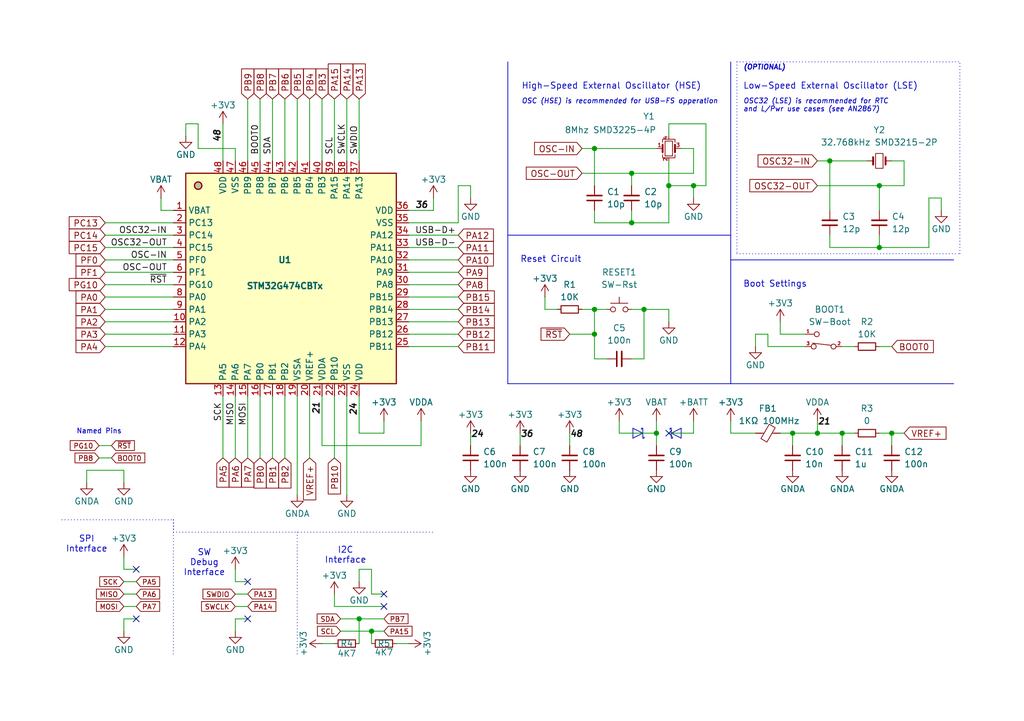
<source format=kicad_sch>
(kicad_sch (version 20250114) (generator "eeschema") (generator_version "9.0")
  (paper "A5")
  (lib_symbols
    (symbol "Device:C_Small" (pin_numbers (hide yes)) (pin_names (offset 0.254) (hide yes))
      (property "Reference" "C" (at 0.254 1.778 0))
      (property "Value" "C_Small" (at 0.254 -2.032 0))
      (symbol "C_Small_0_1"
        (polyline (pts (xy -1.524 0.508) (xy 1.524 0.508)) (stroke (width 0.3048)))
        (polyline (pts (xy -1.524 -0.508) (xy 1.524 -0.508)) (stroke (width 0.3302)))
      )
      (symbol "C_Small_1_1"
        (pin passive line (at 0 2.54 270) (length 2.032) (name "~") (number "1"))
        (pin passive line (at 0 -2.54 90) (length 2.032) (name "~") (number "2"))
      )
    )
    (symbol "Device:Crystal_GND24_Small" (pin_names (offset 1.016) (hide yes))
      (property "Reference" "Y" (at 1.27 4.445 0))
      (property "Value" "Crystal_GND24_Small" (at 1.27 2.54 0))
      (symbol "Crystal_GND24_Small_0_1"
        (polyline (pts (xy -1.27 1.27) (xy -1.27 1.905) (xy 1.27 1.905) (xy 1.27 1.27)))
        (polyline (pts (xy -1.27 -0.762) (xy -1.27 0.762)) (stroke (width 0.381)))
        (polyline (pts (xy -1.27 -1.27) (xy -1.27 -1.905) (xy 1.27 -1.905) (xy 1.27 -1.27)))
        (rectangle (start -0.762 -1.524) (end 0.762 1.524))
        (polyline (pts (xy 1.27 -0.762) (xy 1.27 0.762)) (stroke (width 0.381)))
      )
      (symbol "Crystal_GND24_Small_1_1"
        (pin passive line (at -2.54 0 0) (length 1.27) (name "1") (number "1"))
        (pin passive line (at 0 2.54 270) (length 0.635) (name "4") (number "4"))
        (pin passive line (at 0 -2.54 90) (length 0.635) (name "2") (number "2"))
        (pin passive line (at 2.54 0 180) (length 1.27) (name "3") (number "3"))
      )
    )
    (symbol "Device:Crystal_Small" (pin_numbers (hide yes)) (pin_names (offset 1.016) (hide yes))
      (property "Reference" "Y" (at 0 2.54 0))
      (property "Value" "Crystal_Small" (at 0 -2.54 0))
      (symbol "Crystal_Small_0_1"
        (polyline (pts (xy -1.27 -0.762) (xy -1.27 0.762)) (stroke (width 0.381)))
        (rectangle (start -0.762 -1.524) (end 0.762 1.524))
        (polyline (pts (xy 1.27 -0.762) (xy 1.27 0.762)) (stroke (width 0.381)))
      )
      (symbol "Crystal_Small_1_1"
        (pin passive line (at -2.54 0 0) (length 1.27) (name "1") (number "1"))
        (pin passive line (at 2.54 0 180) (length 1.27) (name "2") (number "2"))
      )
    )
    (symbol "Device:FerriteBead_Small" (pin_numbers (hide yes)) (pin_names (offset 0))
      (property "Reference" "FB" (at 1.905 1.27 0))
      (property "Value" "FerriteBead_Small" (at 1.905 -1.27 0))
      (symbol "FerriteBead_Small_0_1"
        (polyline (pts (xy -1.8288 0.2794) (xy -1.1176 1.4986) (xy 1.8288 -0.2032) (xy 1.1176 -1.4224) (xy -1.8288 0.2794)))
        (polyline (pts (xy 0 0.889) (xy 0 1.2954)))
        (polyline (pts (xy 0 -1.27) (xy 0 -0.7874)))
      )
      (symbol "FerriteBead_Small_1_1"
        (pin passive line (at 0 2.54 270) (length 1.27) (name "~") (number "1"))
        (pin passive line (at 0 -2.54 90) (length 1.27) (name "~") (number "2"))
      )
    )
    (symbol "Device:R_Small" (pin_numbers (hide yes)) (pin_names (offset 0.254) (hide yes))
      (property "Reference" "R" (at 0 0 90))
      (property "Value" "R_Small" (at 1.778 0 90))
      (symbol "R_Small_0_1"
        (rectangle (start -0.762 1.778) (end 0.762 -1.778) (stroke (width 0.2032)))
      )
      (symbol "R_Small_1_1"
        (pin passive line (at 0 2.54 270) (length 0.762) (name "~") (number "1"))
        (pin passive line (at 0 -2.54 90) (length 0.762) (name "~") (number "2"))
      )
    )
    (symbol "atelier-microcontrollers:STM32G474CBTx"
      (property "Reference" "U" (at 0 -7.62 0))
      (property "Value" "STM32G474CBTx" (at 0 7.62 0))
      (symbol "STM32G474CBTx_0_1"
        (rectangle (start -20.32 20.32) (end 22.86 -22.86) (stroke (width 0.254)) (fill (type background)))
      )
      (symbol "STM32G474CBTx_1_1"
        (circle (center -17.78 17.78) (radius 0.762) (stroke (width 0.254)) (fill (type color) (color 127 127 127 0.5)))
        (pin power_in line (at -22.86 12.7 0) (length 2.54) (name "VBAT") (number "1"))
        (pin bidirectional line (at -22.86 10.16 0) (length 2.54) (name "PC13") (number "2"))
        (pin bidirectional line (at -22.86 7.62 0) (length 2.54) (name "PC14") (number "3"))
        (pin bidirectional line (at -22.86 5.08 0) (length 2.54) (name "PC15") (number "4"))
        (pin bidirectional line (at -22.86 2.54 0) (length 2.54) (name "PF0") (number "5"))
        (pin bidirectional line (at -22.86 0 0) (length 2.54) (name "PF1") (number "6"))
        (pin bidirectional line (at -22.86 -2.54 0) (length 2.54) (name "PG10") (number "7"))
        (pin bidirectional line (at -22.86 -5.08 0) (length 2.54) (name "PA0") (number "8"))
        (pin bidirectional line (at -22.86 -7.62 0) (length 2.54) (name "PA1") (number "9"))
        (pin bidirectional line (at -22.86 -10.16 0) (length 2.54) (name "PA2") (number "10"))
        (pin bidirectional line (at -22.86 -12.7 0) (length 2.54) (name "PA3") (number "11"))
        (pin bidirectional line (at -22.86 -15.24 0) (length 2.54) (name "PA4") (number "12"))
        (pin power_in line (at -12.7 22.86 270) (length 2.54) (name "VDD") (number "48"))
        (pin bidirectional line (at -12.7 -25.4 90) (length 2.54) (name "PA5") (number "13"))
        (pin passive line (at -10.16 22.86 270) (length 2.54) (name "VSS") (number "47"))
        (pin bidirectional line (at -10.16 -25.4 90) (length 2.54) (name "PA6") (number "14"))
        (pin bidirectional line (at -7.62 22.86 270) (length 2.54) (name "PB9") (number "46"))
        (pin bidirectional line (at -7.62 -25.4 90) (length 2.54) (name "PA7") (number "15"))
        (pin bidirectional line (at -5.08 22.86 270) (length 2.54) (name "PB8") (number "45"))
        (pin bidirectional line (at -5.08 -25.4 90) (length 2.54) (name "PB0") (number "16"))
        (pin bidirectional line (at -2.54 22.86 270) (length 2.54) (name "PB7") (number "44"))
        (pin bidirectional line (at -2.54 -25.4 90) (length 2.54) (name "PB1") (number "17"))
        (pin bidirectional line (at 0 22.86 270) (length 2.54) (name "PB6") (number "43"))
        (pin bidirectional line (at 0 -25.4 90) (length 2.54) (name "PB2") (number "18"))
        (pin bidirectional line (at 2.54 22.86 270) (length 2.54) (name "PB5") (number "42"))
        (pin power_in line (at 2.54 -25.4 90) (length 2.54) (name "VSSA") (number "19"))
        (pin bidirectional line (at 5.08 22.86 270) (length 2.54) (name "PB4") (number "41"))
        (pin input line (at 5.08 -25.4 90) (length 2.54) (name "VREF+") (number "20"))
        (pin bidirectional line (at 7.62 22.86 270) (length 2.54) (name "PB3") (number "40"))
        (pin power_in line (at 7.62 -25.4 90) (length 2.54) (name "VDDA") (number "21"))
        (pin bidirectional line (at 10.16 22.86 270) (length 2.54) (name "PA15") (number "39"))
        (pin bidirectional line (at 10.16 -25.4 90) (length 2.54) (name "PB10") (number "22"))
        (pin bidirectional line (at 12.7 22.86 270) (length 2.54) (name "PA14") (number "38"))
        (pin power_in line (at 12.7 -25.4 90) (length 2.54) (name "VSS") (number "23"))
        (pin bidirectional line (at 15.24 22.86 270) (length 2.54) (name "PA13") (number "37"))
        (pin power_in line (at 15.24 -25.4 90) (length 2.54) (name "VDD") (number "24"))
        (pin power_in line (at 25.4 12.7 180) (length 2.54) (name "VDD") (number "36"))
        (pin passive line (at 25.4 10.16 180) (length 2.54) (name "VSS") (number "35"))
        (pin bidirectional line (at 25.4 7.62 180) (length 2.54) (name "PA12") (number "34"))
        (pin bidirectional line (at 25.4 5.08 180) (length 2.54) (name "PA11") (number "33"))
        (pin bidirectional line (at 25.4 2.54 180) (length 2.54) (name "PA10") (number "32"))
        (pin bidirectional line (at 25.4 0 180) (length 2.54) (name "PA9") (number "31"))
        (pin bidirectional line (at 25.4 -2.54 180) (length 2.54) (name "PA8") (number "30"))
        (pin bidirectional line (at 25.4 -5.08 180) (length 2.54) (name "PB15") (number "29"))
        (pin bidirectional line (at 25.4 -7.62 180) (length 2.54) (name "PB14") (number "28"))
        (pin bidirectional line (at 25.4 -10.16 180) (length 2.54) (name "PB13") (number "27"))
        (pin bidirectional line (at 25.4 -12.7 180) (length 2.54) (name "PB12") (number "26"))
        (pin bidirectional line (at 25.4 -15.24 180) (length 2.54) (name "PB11") (number "25"))
      )
    )
    (symbol "atelier-microcontrollers:SW_Push_Small" (pin_numbers (hide yes)) (pin_names (offset 1.016) (hide yes))
      (property "Reference" "SW" (at 1.27 2.54 0))
      (property "Value" "SW_Push_Small" (at 0 -2.54 0))
      (symbol "SW_Push_Small_0_1"
        (circle (center -1.27 0) (radius 0.508))
        (polyline (pts (xy 0 1.27) (xy 0 2.54)))
        (circle (center 1.27 0) (radius 0.508))
        (polyline (pts (xy 1.778 1.27) (xy -1.778 1.27)))
      )
      (symbol "SW_Push_Small_1_1"
        (pin passive line (at -2.54 0 0) (length 0.762) (name "1") (number "1"))
        (pin passive line (at 2.54 0 180) (length 0.762) (name "2") (number "2"))
      )
    )
    (symbol "atelier-microcontrollers:SW_SPDT_123" (pin_names (offset 0) (hide yes))
      (property "Reference" "SW" (at 0 5.08 0))
      (property "Value" "SW_SPDT_123" (at 0 -2.54 0))
      (symbol "SW_SPDT_123_0_1"
        (circle (center -0.762 0) (radius 0.508))
        (polyline (pts (xy -0.254 0.254) (xy 3.5423 0.6967)))
        (circle (center 2.6687 2.528) (radius 0.508))
        (circle (center 3.302 0) (radius 0.508))
        (polyline (pts (xy 3.81 2.54) (xy 3.1776 2.5374) (xy 3.1946 2.5374) (xy 3.302 2.54)))
      )
      (symbol "SW_SPDT_123_1_1"
        (pin passive line (at -2.54 0 0) (length 1.27) (name "B") (number "2"))
        (pin passive line (at 5.08 2.54 180) (length 1.27) (name "A") (number "1"))
        (pin passive line (at 5.08 0 180) (length 1.27) (name "C") (number "3"))
      )
    )
    (symbol "atelier-microcontrollers:VBAT" (power) (pin_numbers (hide yes)) (pin_names (offset 0) (hide yes))
      (property "Value" "VBAT" (at 0 3.556 0))
      (symbol "VBAT_0_1"
        (polyline (pts (xy -0.762 1.27) (xy 0 2.54)))
        (polyline (pts (xy 0 2.54) (xy 0.762 1.27)))
        (polyline (pts (xy 0 0) (xy 0 2.54)))
      )
      (symbol "VBAT_1_1"
        (pin power_in line (at 0 0 90) (length 0) (name "~") (number "1"))
      )
    )
    (symbol "power:+3V3" (power) (pin_numbers (hide yes)) (pin_names (offset 0) (hide yes))
      (property "Value" "+3V3" (at 0 3.556 0))
      (symbol "+3V3_0_1"
        (polyline (pts (xy -0.762 1.27) (xy 0 2.54)))
        (polyline (pts (xy 0 2.54) (xy 0.762 1.27)))
        (polyline (pts (xy 0 0) (xy 0 2.54)))
      )
      (symbol "+3V3_1_1"
        (pin power_in line (at 0 0 90) (length 0) (name "~") (number "1"))
      )
    )
    (symbol "power:+BATT" (power) (pin_numbers (hide yes)) (pin_names (offset 0) (hide yes))
      (property "Value" "+BATT" (at 0 3.556 0))
      (symbol "+BATT_0_1"
        (polyline (pts (xy -0.762 1.27) (xy 0 2.54)))
        (polyline (pts (xy 0 2.54) (xy 0.762 1.27)))
        (polyline (pts (xy 0 0) (xy 0 2.54)))
      )
      (symbol "+BATT_1_1"
        (pin power_in line (at 0 0 90) (length 0) (name "~") (number "1"))
      )
    )
    (symbol "power:GND" (power) (pin_numbers (hide yes)) (pin_names (offset 0) (hide yes))
      (property "Value" "GND" (at 0 -3.81 0))
      (symbol "GND_0_1"
        (polyline (pts (xy 0 0) (xy 0 -1.27) (xy 1.27 -1.27) (xy 0 -2.54) (xy -1.27 -1.27) (xy 0 -1.27)))
      )
      (symbol "GND_1_1"
        (pin power_in line (at 0 0 270) (length 0) (name "~") (number "1"))
      )
    )
    (symbol "power:GNDA" (power) (pin_numbers (hide yes)) (pin_names (offset 0) (hide yes))
      (property "Value" "GNDA" (at 0 -3.81 0))
      (symbol "GNDA_0_1"
        (polyline (pts (xy 0 0) (xy 0 -1.27) (xy 1.27 -1.27) (xy 0 -2.54) (xy -1.27 -1.27) (xy 0 -1.27)))
      )
      (symbol "GNDA_1_1"
        (pin power_in line (at 0 0 270) (length 0) (name "~") (number "1"))
      )
    )
    (symbol "power:VDDA" (power) (pin_numbers (hide yes)) (pin_names (offset 0) (hide yes))
      (property "Value" "VDDA" (at 0 3.556 0))
      (symbol "VDDA_0_1"
        (polyline (pts (xy -0.762 1.27) (xy 0 2.54)))
        (polyline (pts (xy 0 2.54) (xy 0.762 1.27)))
        (polyline (pts (xy 0 0) (xy 0 2.54)))
      )
      (symbol "VDDA_1_1"
        (pin power_in line (at 0 0 90) (length 0) (name "~") (number "1"))
      )
    )
  )
  (text "(OPTIONAL)" (at 152.4 13.97 0) (effects (font (size 1.016 1.016) (thickness 0.2032) (bold yes) (italic yes)) (justify left)))
  (text "Low-Speed External Oscillator (LSE)" (at 152.4 17.78 0) (effects (font (size 1.27 1.27)) (justify left)))
  (text "Boot Settings" (at 152.4 58.42 0) (effects (font (size 1.27 1.27)) (justify left)))
  (text "Reset Circuit" (at 106.68 53.34 0) (effects (font (size 1.27 1.27)) (justify left)))
  (text "OSC (HSE) is recommended for USB-FS opperation" (at 106.934 20.32 0) (effects (font (size 1.016 1.016) (italic yes)) (justify left top)))
  (text "OSC32 (LSE) is recommended for RTC\nand L/Pwr use cases (see AN2867)" (at 152.4 20.32 0) (effects (font (size 1.016 1.016) (italic yes)) (justify left top)))
  (text "High-Speed External Oscillator (HSE)" (at 106.934 17.78 0) (effects (font (size 1.27 1.27)) (justify left)))
  (text "I2C\nInterface" (at 70.866 114.046 0) (effects (font (size 1.27 1.27))))
  (text "SPI\nInterface" (at 17.78 111.76 0) (effects (font (size 1.27 1.27))))
  (text "Named Pins" (at 20.32 88.646 0) (effects (font (size 1.016 1.016))))
  (text "SW\nDebug\nInterface" (at 41.91 115.57 0) (effects (font (size 1.27 1.27))))
  (junction (at 137.16 38.1))
  (junction (at 121.92 68.58))
  (junction (at 167.64 88.9))
  (junction (at 129.54 45.72))
  (junction (at 180.34 50.8))
  (junction (at 129.54 35.56))
  (junction (at 172.72 88.9))
  (junction (at 162.56 88.9))
  (junction (at 170.18 33.02))
  (junction (at 76.2 129.54))
  (junction (at 180.34 38.1))
  (junction (at 121.92 30.48))
  (junction (at 132.08 63.5))
  (junction (at 142.24 38.1))
  (junction (at 182.88 88.9))
  (junction (at 121.92 63.5))
  (junction (at 73.66 127))
  (junction (at 134.62 88.9))
  (no_connect (at 78.74 121.92))
  (no_connect (at 50.8 119.38))
  (no_connect (at 50.8 127))
  (no_connect (at 27.94 127))
  (no_connect (at 27.94 116.84))
  (no_connect (at 78.74 124.46))
  (no_connect (at 137.16 88.9))
  (wire (pts (xy 21.59 71.12) (xy 35.56 71.12)))
  (wire (pts (xy 182.88 88.9) (xy 185.42 88.9)))
  (wire (pts (xy 76.2 116.84) (xy 73.66 116.84)))
  (polyline (pts (xy 35.56 106.68) (xy 35.56 109.22)) (stroke (width 0) (type dot)))
  (polyline (pts (xy 139.7 89.916) (xy 139.7 87.884)))
  (wire (pts (xy 119.38 35.56) (xy 129.54 35.56)))
  (wire (pts (xy 83.82 53.34) (xy 93.98 53.34)))
  (wire (pts (xy 73.66 20.32) (xy 73.66 33.02)))
  (wire (pts (xy 83.82 71.12) (xy 93.98 71.12)))
  (wire (pts (xy 48.26 81.28) (xy 48.26 93.98)))
  (polyline (pts (xy 131.572 87.884) (xy 131.572 88.138)))
  (wire (pts (xy 50.8 81.28) (xy 50.8 93.98)))
  (wire (pts (xy 129.54 43.18) (xy 129.54 45.72)))
  (wire (pts (xy 58.42 81.28) (xy 58.42 93.98)))
  (wire (pts (xy 73.66 127) (xy 73.66 132.08)))
  (wire (pts (xy 142.24 38.1) (xy 142.24 40.64)))
  (wire (pts (xy 149.86 86.36) (xy 149.86 88.9)))
  (wire (pts (xy 25.4 127) (xy 25.4 129.54)))
  (wire (pts (xy 60.96 20.32) (xy 60.96 33.02)))
  (wire (pts (xy 81.28 132.08) (xy 83.82 132.08)))
  (wire (pts (xy 111.76 60.96) (xy 111.76 63.5)))
  (wire (pts (xy 20.32 91.44) (xy 22.86 91.44)))
  (wire (pts (xy 66.04 132.08) (xy 68.58 132.08)))
  (wire (pts (xy 185.42 38.1) (xy 185.42 33.02)))
  (wire (pts (xy 20.32 93.98) (xy 22.86 93.98)))
  (wire (pts (xy 180.34 71.12) (xy 182.88 71.12)))
  (wire (pts (xy 21.59 60.96) (xy 35.56 60.96)))
  (polyline (pts (xy 35.56 106.68) (xy 35.56 109.22)) (stroke (width 0) (type dot)))
  (wire (pts (xy 144.78 38.1) (xy 142.24 38.1)))
  (wire (pts (xy 142.24 86.36) (xy 142.24 88.9)))
  (wire (pts (xy 38.1 27.94) (xy 38.1 25.4)))
  (wire (pts (xy 172.72 71.12) (xy 175.26 71.12)))
  (polyline (pts (xy 35.56 106.68) (xy 35.56 109.22)) (stroke (width 0) (type dot)))
  (wire (pts (xy 48.26 127) (xy 48.26 129.54)))
  (polyline (pts (xy 149.86 48.26) (xy 149.86 12.7)))
  (wire (pts (xy 66.04 81.28) (xy 66.04 91.44)))
  (wire (pts (xy 33.02 40.64) (xy 33.02 43.18)))
  (wire (pts (xy 137.16 27.94) (xy 137.16 25.4)))
  (polyline (pts (xy 60.96 109.22) (xy 60.96 134.62)) (stroke (width 0) (type dot)))
  (wire (pts (xy 68.58 124.46) (xy 78.74 124.46)))
  (wire (pts (xy 48.26 30.48) (xy 48.26 33.02)))
  (wire (pts (xy 33.02 43.18) (xy 35.56 43.18)))
  (wire (pts (xy 69.85 127) (xy 73.66 127)))
  (wire (pts (xy 154.94 68.58) (xy 157.48 68.58)))
  (wire (pts (xy 25.4 119.38) (xy 27.94 119.38)))
  (wire (pts (xy 132.08 63.5) (xy 132.08 73.66)))
  (wire (pts (xy 53.34 20.32) (xy 53.34 33.02)))
  (wire (pts (xy 182.88 33.02) (xy 185.42 33.02)))
  (polyline (pts (xy 137.668 88.9) (xy 137.668 87.884)))
  (wire (pts (xy 66.04 91.44) (xy 86.36 91.44)))
  (wire (pts (xy 83.82 66.04) (xy 93.98 66.04)))
  (wire (pts (xy 160.02 68.58) (xy 165.1 68.58)))
  (wire (pts (xy 132.08 63.5) (xy 137.16 63.5)))
  (wire (pts (xy 83.82 58.42) (xy 93.98 58.42)))
  (wire (pts (xy 121.92 63.5) (xy 124.46 63.5)))
  (wire (pts (xy 167.64 33.02) (xy 170.18 33.02)))
  (wire (pts (xy 111.76 63.5) (xy 114.3 63.5)))
  (wire (pts (xy 129.54 35.56) (xy 129.54 38.1)))
  (wire (pts (xy 134.62 86.36) (xy 134.62 88.9)))
  (wire (pts (xy 157.48 68.58) (xy 157.48 71.12)))
  (wire (pts (xy 170.18 33.02) (xy 177.8 33.02)))
  (wire (pts (xy 116.84 68.58) (xy 121.92 68.58)))
  (wire (pts (xy 180.34 48.26) (xy 180.34 50.8)))
  (wire (pts (xy 83.82 43.18) (xy 88.9 43.18)))
  (wire (pts (xy 25.4 124.46) (xy 27.94 124.46)))
  (wire (pts (xy 48.26 116.84) (xy 48.26 119.38)))
  (polyline (pts (xy 104.14 48.26) (xy 149.86 48.26)))
  (wire (pts (xy 139.7 30.48) (xy 142.24 30.48)))
  (polyline (pts (xy 137.668 88.9) (xy 137.668 89.916)))
  (wire (pts (xy 96.52 88.9) (xy 96.52 91.44)))
  (wire (pts (xy 142.24 35.56) (xy 142.24 30.48)))
  (polyline (pts (xy 137.668 88.9) (xy 139.7 89.916)))
  (wire (pts (xy 83.82 48.26) (xy 93.98 48.26)))
  (wire (pts (xy 129.54 63.5) (xy 132.08 63.5)))
  (wire (pts (xy 149.86 88.9) (xy 154.94 88.9)))
  (wire (pts (xy 76.2 121.92) (xy 76.2 116.84)))
  (wire (pts (xy 21.59 63.5) (xy 35.56 63.5)))
  (polyline (pts (xy 137.922 89.916) (xy 137.922 89.662)))
  (polyline (pts (xy 35.56 109.22) (xy 35.56 134.62)) (stroke (width 0) (type dot)))
  (wire (pts (xy 53.34 81.28) (xy 53.34 93.98)))
  (wire (pts (xy 68.58 81.28) (xy 68.58 93.98)))
  (polyline (pts (xy 137.414 88.138) (xy 137.414 87.884)))
  (wire (pts (xy 73.66 116.84) (xy 73.66 119.38)))
  (wire (pts (xy 137.16 66.04) (xy 137.16 63.5)))
  (polyline (pts (xy 129.794 87.884) (xy 129.794 89.916)))
  (polyline (pts (xy 149.86 53.34) (xy 149.86 78.74)))
  (wire (pts (xy 134.62 88.9) (xy 127 88.9)))
  (wire (pts (xy 58.42 20.32) (xy 58.42 33.02)))
  (wire (pts (xy 83.82 50.8) (xy 93.98 50.8)))
  (wire (pts (xy 48.26 119.38) (xy 50.8 119.38)))
  (wire (pts (xy 157.48 71.12) (xy 165.1 71.12)))
  (wire (pts (xy 68.58 20.32) (xy 68.58 33.02)))
  (polyline (pts (xy 132.08 89.662) (xy 132.08 89.916)))
  (wire (pts (xy 121.92 68.58) (xy 121.92 73.66)))
  (wire (pts (xy 83.82 68.58) (xy 93.98 68.58)))
  (polyline (pts (xy 104.14 78.74) (xy 149.86 78.74)))
  (wire (pts (xy 73.66 88.9) (xy 78.74 88.9)))
  (wire (pts (xy 21.59 48.26) (xy 35.56 48.26)))
  (polyline (pts (xy 131.826 89.916) (xy 132.08 89.916)))
  (wire (pts (xy 119.38 63.5) (xy 121.92 63.5)))
  (wire (pts (xy 45.72 25.4) (xy 45.72 33.02)))
  (wire (pts (xy 193.04 40.64) (xy 190.5 40.64)))
  (wire (pts (xy 55.88 81.28) (xy 55.88 93.98)))
  (wire (pts (xy 73.66 127) (xy 78.74 127)))
  (wire (pts (xy 25.4 121.92) (xy 27.94 121.92)))
  (wire (pts (xy 76.2 129.54) (xy 78.74 129.54)))
  (wire (pts (xy 66.04 20.32) (xy 66.04 33.02)))
  (wire (pts (xy 76.2 129.54) (xy 76.2 132.08)))
  (wire (pts (xy 121.92 63.5) (xy 121.92 68.58)))
  (wire (pts (xy 180.34 38.1) (xy 185.42 38.1)))
  (wire (pts (xy 121.92 45.72) (xy 129.54 45.72)))
  (wire (pts (xy 17.78 99.06) (xy 17.78 96.52)))
  (wire (pts (xy 129.54 45.72) (xy 137.16 45.72)))
  (wire (pts (xy 121.92 43.18) (xy 121.92 45.72)))
  (wire (pts (xy 76.2 121.92) (xy 78.74 121.92)))
  (wire (pts (xy 69.85 129.54) (xy 76.2 129.54)))
  (wire (pts (xy 96.52 40.64) (xy 96.52 38.1)))
  (wire (pts (xy 154.94 68.58) (xy 154.94 71.12)))
  (wire (pts (xy 121.92 30.48) (xy 134.62 30.48)))
  (wire (pts (xy 137.16 33.02) (xy 137.16 38.1)))
  (polyline (pts (xy 35.56 106.68) (xy 35.56 109.22)) (stroke (width 0) (type dot)))
  (polyline (pts (xy 131.826 88.9) (xy 131.826 87.884)))
  (polyline (pts (xy 104.14 48.26) (xy 104.14 78.74)))
  (wire (pts (xy 21.59 53.34) (xy 35.56 53.34)))
  (polyline (pts (xy 137.668 89.916) (xy 137.922 89.916)))
  (wire (pts (xy 48.26 124.46) (xy 50.8 124.46)))
  (wire (pts (xy 88.9 40.64) (xy 88.9 43.18)))
  (wire (pts (xy 182.88 88.9) (xy 182.88 91.44)))
  (wire (pts (xy 127 86.36) (xy 127 88.9)))
  (wire (pts (xy 63.5 20.32) (xy 63.5 33.02)))
  (wire (pts (xy 180.34 88.9) (xy 182.88 88.9)))
  (wire (pts (xy 121.92 73.66) (xy 124.46 73.66)))
  (wire (pts (xy 162.56 88.9) (xy 162.56 91.44)))
  (wire (pts (xy 38.1 25.4) (xy 40.64 25.4)))
  (wire (pts (xy 71.12 81.28) (xy 71.12 101.6)))
  (wire (pts (xy 162.56 88.9) (xy 167.64 88.9)))
  (wire (pts (xy 25.4 116.84) (xy 27.94 116.84)))
  (wire (pts (xy 96.52 38.1) (xy 93.98 38.1)))
  (wire (pts (xy 78.74 86.36) (xy 78.74 88.9)))
  (wire (pts (xy 142.24 38.1) (xy 137.16 38.1)))
  (wire (pts (xy 119.38 30.48) (xy 121.92 30.48)))
  (wire (pts (xy 73.66 81.28) (xy 73.66 88.9)))
  (polyline (pts (xy 12.7 106.68) (xy 35.56 106.68)) (stroke (width 0) (type dot)))
  (wire (pts (xy 25.4 127) (xy 27.94 127)))
  (wire (pts (xy 50.8 20.32) (xy 50.8 33.02)))
  (wire (pts (xy 45.72 81.28) (xy 45.72 93.98)))
  (polyline (pts (xy 139.7 87.884) (xy 137.668 88.9)))
  (wire (pts (xy 129.54 73.66) (xy 132.08 73.66)))
  (polyline (pts (xy 151.13 12.7) (xy 151.13 52.07)) (stroke (width 0) (type dot)))
  (wire (pts (xy 180.34 38.1) (xy 180.34 43.18)))
  (wire (pts (xy 116.84 88.9) (xy 116.84 91.44)))
  (wire (pts (xy 25.4 114.3) (xy 25.4 116.84)))
  (wire (pts (xy 68.58 124.46) (xy 68.58 121.92)))
  (wire (pts (xy 160.02 66.04) (xy 160.02 68.58)))
  (wire (pts (xy 21.59 66.04) (xy 35.56 66.04)))
  (wire (pts (xy 17.78 96.52) (xy 25.4 96.52)))
  (polyline (pts (xy 129.794 89.916) (xy 131.826 88.9)))
  (wire (pts (xy 40.64 25.4) (xy 40.64 30.48)))
  (wire (pts (xy 137.16 25.4) (xy 144.78 25.4)))
  (wire (pts (xy 83.82 55.88) (xy 93.98 55.88)))
  (wire (pts (xy 21.59 68.58) (xy 35.56 68.58)))
  (wire (pts (xy 40.64 30.48) (xy 48.26 30.48)))
  (wire (pts (xy 137.16 38.1) (xy 137.16 45.72)))
  (polyline (pts (xy 151.13 52.07) (xy 196.85 52.07)) (stroke (width 0) (type dot)))
  (wire (pts (xy 83.82 45.72) (xy 93.98 45.72)))
  (wire (pts (xy 86.36 86.36) (xy 86.36 91.44)))
  (wire (pts (xy 144.78 25.4) (xy 144.78 38.1)))
  (wire (pts (xy 63.5 81.28) (xy 63.5 93.98)))
  (wire (pts (xy 167.64 86.36) (xy 167.64 88.9)))
  (wire (pts (xy 48.26 121.92) (xy 50.8 121.92)))
  (wire (pts (xy 71.12 20.32) (xy 71.12 33.02)))
  (wire (pts (xy 193.04 43.18) (xy 193.04 40.64)))
  (wire (pts (xy 48.26 127) (xy 50.8 127)))
  (wire (pts (xy 129.54 35.56) (xy 142.24 35.56)))
  (wire (pts (xy 55.88 20.32) (xy 55.88 33.02)))
  (wire (pts (xy 167.64 38.1) (xy 180.34 38.1)))
  (polyline (pts (xy 131.826 87.884) (xy 131.572 87.884)))
  (wire (pts (xy 190.5 50.8) (xy 180.34 50.8)))
  (polyline (pts (xy 137.668 87.884) (xy 137.414 87.884)))
  (wire (pts (xy 93.98 38.1) (xy 93.98 45.72)))
  (wire (pts (xy 83.82 63.5) (xy 93.98 63.5)))
  (polyline (pts (xy 104.14 12.7) (xy 104.14 48.26)))
  (wire (pts (xy 25.4 96.52) (xy 25.4 99.06)))
  (wire (pts (xy 21.59 58.42) (xy 35.56 58.42)))
  (wire (pts (xy 134.62 88.9) (xy 134.62 91.44)))
  (wire (pts (xy 83.82 60.96) (xy 93.98 60.96)))
  (polyline (pts (xy 131.826 88.9) (xy 129.794 87.884)))
  (wire (pts (xy 21.59 55.88) (xy 35.56 55.88)))
  (wire (pts (xy 121.92 30.48) (xy 121.92 38.1)))
  (wire (pts (xy 190.5 40.64) (xy 190.5 50.8)))
  (wire (pts (xy 167.64 88.9) (xy 172.72 88.9)))
  (polyline (pts (xy 35.56 109.22) (xy 88.9 109.22)) (stroke (width 0) (type dot)))
  (wire (pts (xy 170.18 48.26) (xy 170.18 50.8)))
  (polyline (pts (xy 195.58 53.34) (xy 149.86 53.34)))
  (polyline (pts (xy 151.13 12.7) (xy 196.85 12.7)) (stroke (width 0) (type dot)))
  (polyline (pts (xy 149.86 78.74) (xy 195.58 78.74)))
  (polyline (pts (xy 196.85 52.07) (xy 196.85 12.7)) (stroke (width 0) (type dot)))
  (wire (pts (xy 160.02 88.9) (xy 162.56 88.9)))
  (wire (pts (xy 60.96 81.28) (xy 60.96 101.6)))
  (wire (pts (xy 137.16 88.9) (xy 142.24 88.9)))
  (wire (pts (xy 21.59 45.72) (xy 35.56 45.72)))
  (wire (pts (xy 172.72 88.9) (xy 172.72 91.44)))
  (wire (pts (xy 172.72 88.9) (xy 175.26 88.9)))
  (wire (pts (xy 170.18 33.02) (xy 170.18 43.18)))
  (wire (pts (xy 170.18 50.8) (xy 180.34 50.8)))
  (polyline (pts (xy 131.826 88.9) (xy 131.826 89.916)))
  (wire (pts (xy 21.59 50.8) (xy 35.56 50.8)))
  (polyline (pts (xy 149.86 48.26) (xy 149.86 53.34)) (stroke (width 0) (type solid)))
  (wire (pts (xy 106.68 88.9) (xy 106.68 91.44)))
  (label "36" (at 106.68 90.17 0) (effects (font (thickness 0.254) (bold yes) (italic yes))))
  (label "21" (at 66.04 85.09 90) (effects (font (thickness 0.254) (bold yes) (italic yes))))
  (label "36" (at 85.09 43.18 0) (effects (font (thickness 0.254) (bold yes) (italic yes))))
  (label "21" (at 167.64 87.63 0) (effects (font (thickness 0.254) (bold yes) (italic yes))))
  (label "OSC-OUT" (at 34.29 55.88 180))
  (label "MOSI" (at 50.8 82.55 270))
  (label "~{RST}" (at 34.29 58.42 180))
  (label "SWDIO" (at 73.66 31.75 90))
  (label "SCL" (at 68.58 31.75 90))
  (label "24" (at 73.66 82.55 270) (effects (font (thickness 0.254) (bold yes) (italic yes))))
  (label "USB-D-" (at 85.09 50.8 0))
  (label "48" (at 45.72 29.21 90) (effects (font (thickness 0.254) (bold yes) (italic yes))))
  (label "SCK" (at 45.72 82.55 270))
  (label "MISO" (at 48.26 82.55 270))
  (label "OSC-IN" (at 34.29 53.34 180))
  (label "BOOT0" (at 53.34 31.75 90))
  (label "SDA" (at 55.88 31.75 90))
  (label "48" (at 116.84 90.17 0) (effects (font (thickness 0.254) (bold yes) (italic yes))))
  (label "24" (at 96.52 90.17 0) (effects (font (thickness 0.254) (bold yes) (italic yes))))
  (label "OSC32-IN" (at 34.29 48.26 180))
  (label "SWCLK" (at 71.12 31.75 90))
  (label "OSC32-OUT" (at 34.29 50.8 180))
  (label "USB-D+" (at 85.09 48.26 0))
  (global_label "PA13" (shape input) (at 73.66 20.32 90) (property "Intersheetrefs" "${INTERSHEET_REFS}" (effects (hide yes))))
  (global_label "PB4" (shape input) (at 63.5 20.32 90) (property "Intersheetrefs" "${INTERSHEET_REFS}" (effects (hide yes))))
  (global_label "OSC-IN" (shape input) (at 119.38 30.48 180) (property "Intersheetrefs" "${INTERSHEET_REFS}" (effects (hide yes))))
  (global_label "PA6" (shape input) (at 27.94 121.92 0) (effects (font (size 1.016 1.016))) (property "Intersheetrefs" "${INTERSHEET_REFS}" (effects (hide yes))))
  (global_label "PA7" (shape input) (at 27.94 124.46 0) (effects (font (size 1.016 1.016))) (property "Intersheetrefs" "${INTERSHEET_REFS}" (effects (hide yes))))
  (global_label "~{RST}" (shape input) (at 116.84 68.58 180) (property "Intersheetrefs" "${INTERSHEET_REFS}" (effects (hide yes))))
  (global_label "PA9" (shape input) (at 93.98 55.88 0) (property "Intersheetrefs" "${INTERSHEET_REFS}" (effects (hide yes))))
  (global_label "PG10" (shape input) (at 21.59 58.42 180) (property "Intersheetrefs" "${INTERSHEET_REFS}" (effects (hide yes))))
  (global_label "MOSI" (shape input) (at 25.4 124.46 180) (effects (font (size 1.016 1.016))) (property "Intersheetrefs" "${INTERSHEET_REFS}" (effects (hide yes))))
  (global_label "OSC-OUT" (shape input) (at 119.38 35.56 180) (property "Intersheetrefs" "${INTERSHEET_REFS}" (effects (hide yes))))
  (global_label "PA0" (shape input) (at 21.59 60.96 180) (property "Intersheetrefs" "${INTERSHEET_REFS}" (effects (hide yes))))
  (global_label "PA11" (shape input) (at 93.98 50.8 0) (property "Intersheetrefs" "${INTERSHEET_REFS}" (effects (hide yes))))
  (global_label "SDA" (shape input) (at 69.85 127 180) (effects (font (size 1.016 1.016))) (property "Intersheetrefs" "${INTERSHEET_REFS}" (effects (hide yes))))
  (global_label "PB5" (shape input) (at 60.96 20.32 90) (property "Intersheetrefs" "${INTERSHEET_REFS}" (effects (hide yes))))
  (global_label "PA10" (shape input) (at 93.98 53.34 0) (property "Intersheetrefs" "${INTERSHEET_REFS}" (effects (hide yes))))
  (global_label "MISO" (shape input) (at 25.4 121.92 180) (effects (font (size 1.016 1.016))) (property "Intersheetrefs" "${INTERSHEET_REFS}" (effects (hide yes))))
  (global_label "PA5" (shape input) (at 45.72 93.98 270) (property "Intersheetrefs" "${INTERSHEET_REFS}" (effects (hide yes))))
  (global_label "PA14" (shape input) (at 71.12 20.32 90) (property "Intersheetrefs" "${INTERSHEET_REFS}" (effects (hide yes))))
  (global_label "PA15" (shape input) (at 68.58 20.32 90) (property "Intersheetrefs" "${INTERSHEET_REFS}" (effects (hide yes))))
  (global_label "PB0" (shape input) (at 53.34 93.98 270) (property "Intersheetrefs" "${INTERSHEET_REFS}" (effects (hide yes))))
  (global_label "PB6" (shape input) (at 58.42 20.32 90) (property "Intersheetrefs" "${INTERSHEET_REFS}" (effects (hide yes))))
  (global_label "PA15" (shape input) (at 78.74 129.54 0) (effects (font (size 1.016 1.016))) (property "Intersheetrefs" "${INTERSHEET_REFS}" (effects (hide yes))))
  (global_label "PB8" (shape input) (at 53.34 20.32 90) (property "Intersheetrefs" "${INTERSHEET_REFS}" (effects (hide yes))))
  (global_label "PB12" (shape input) (at 93.98 68.58 0) (property "Intersheetrefs" "${INTERSHEET_REFS}" (effects (hide yes))))
  (global_label "PA8" (shape input) (at 93.98 58.42 0) (property "Intersheetrefs" "${INTERSHEET_REFS}" (effects (hide yes))))
  (global_label "PA1" (shape input) (at 21.59 63.5 180) (property "Intersheetrefs" "${INTERSHEET_REFS}" (effects (hide yes))))
  (global_label "PB1" (shape input) (at 55.88 93.98 270) (property "Intersheetrefs" "${INTERSHEET_REFS}" (effects (hide yes))))
  (global_label "PA14" (shape input) (at 50.8 124.46 0) (effects (font (size 1.016 1.016))) (property "Intersheetrefs" "${INTERSHEET_REFS}" (effects (hide yes))))
  (global_label "PF0" (shape input) (at 21.59 53.34 180) (property "Intersheetrefs" "${INTERSHEET_REFS}" (effects (hide yes))))
  (global_label "PB10" (shape input) (at 68.58 93.98 270) (property "Intersheetrefs" "${INTERSHEET_REFS}" (effects (hide yes))))
  (global_label "PB14" (shape input) (at 93.98 63.5 0) (property "Intersheetrefs" "${INTERSHEET_REFS}" (effects (hide yes))))
  (global_label "VREF+" (shape input) (at 63.5 93.98 270) (property "Intersheetrefs" "${INTERSHEET_REFS}" (effects (hide yes))))
  (global_label "PA2" (shape input) (at 21.59 66.04 180) (property "Intersheetrefs" "${INTERSHEET_REFS}" (effects (hide yes))))
  (global_label "PA13" (shape input) (at 50.8 121.92 0) (effects (font (size 1.016 1.016))) (property "Intersheetrefs" "${INTERSHEET_REFS}" (effects (hide yes))))
  (global_label "PC13" (shape input) (at 21.59 45.72 180) (property "Intersheetrefs" "${INTERSHEET_REFS}" (effects (hide yes))))
  (global_label "SCL" (shape input) (at 69.85 129.54 180) (effects (font (size 1.016 1.016))) (property "Intersheetrefs" "${INTERSHEET_REFS}" (effects (hide yes))))
  (global_label "PA5" (shape input) (at 27.94 119.38 0) (effects (font (size 1.016 1.016))) (property "Intersheetrefs" "${INTERSHEET_REFS}" (effects (hide yes))))
  (global_label "PA3" (shape input) (at 21.59 68.58 180) (property "Intersheetrefs" "${INTERSHEET_REFS}" (effects (hide yes))))
  (global_label "PB7" (shape input) (at 78.74 127 0) (effects (font (size 1.016 1.016))) (property "Intersheetrefs" "${INTERSHEET_REFS}" (effects (hide yes))))
  (global_label "PA6" (shape input) (at 48.26 93.98 270) (property "Intersheetrefs" "${INTERSHEET_REFS}" (effects (hide yes))))
  (global_label "PB3" (shape input) (at 66.04 20.32 90) (property "Intersheetrefs" "${INTERSHEET_REFS}" (effects (hide yes))))
  (global_label "PB8" (shape input) (at 20.32 93.98 180) (effects (font (size 1.016 1.016))) (property "Intersheetrefs" "${INTERSHEET_REFS}" (effects (hide yes))))
  (global_label "PB2" (shape input) (at 58.42 93.98 270) (property "Intersheetrefs" "${INTERSHEET_REFS}" (effects (hide yes))))
  (global_label "PG10" (shape input) (at 20.32 91.44 180) (effects (font (size 1.016 1.016))) (property "Intersheetrefs" "${INTERSHEET_REFS}" (effects (hide yes))))
  (global_label "PC15" (shape input) (at 21.59 50.8 180) (property "Intersheetrefs" "${INTERSHEET_REFS}" (effects (hide yes))))
  (global_label "PB11" (shape input) (at 93.98 71.12 0) (property "Intersheetrefs" "${INTERSHEET_REFS}" (effects (hide yes))))
  (global_label "PF1" (shape input) (at 21.59 55.88 180) (property "Intersheetrefs" "${INTERSHEET_REFS}" (effects (hide yes))))
  (global_label "PB13" (shape input) (at 93.98 66.04 0) (property "Intersheetrefs" "${INTERSHEET_REFS}" (effects (hide yes))))
  (global_label "~{RST}" (shape input) (at 22.86 91.44 0) (effects (font (size 1.016 1.016))) (property "Intersheetrefs" "${INTERSHEET_REFS}" (effects (hide yes))))
  (global_label "OSC32-IN" (shape input) (at 167.64 33.02 180) (property "Intersheetrefs" "${INTERSHEET_REFS}" (effects (hide yes))))
  (global_label "PA7" (shape input) (at 50.8 93.98 270) (property "Intersheetrefs" "${INTERSHEET_REFS}" (effects (hide yes))))
  (global_label "BOOT0" (shape input) (at 22.86 93.98 0) (effects (font (size 1.016 1.016))) (property "Intersheetrefs" "${INTERSHEET_REFS}" (effects (hide yes))))
  (global_label "OSC32-OUT" (shape input) (at 167.64 38.1 180) (property "Intersheetrefs" "${INTERSHEET_REFS}" (effects (hide yes))))
  (global_label "PA4" (shape input) (at 21.59 71.12 180) (property "Intersheetrefs" "${INTERSHEET_REFS}" (effects (hide yes))))
  (global_label "PB7" (shape input) (at 55.88 20.32 90) (property "Intersheetrefs" "${INTERSHEET_REFS}" (effects (hide yes))))
  (global_label "PC14" (shape input) (at 21.59 48.26 180) (property "Intersheetrefs" "${INTERSHEET_REFS}" (effects (hide yes))))
  (global_label "PA12" (shape input) (at 93.98 48.26 0) (property "Intersheetrefs" "${INTERSHEET_REFS}" (effects (hide yes))))
  (global_label "SWDIO" (shape input) (at 48.26 121.92 180) (effects (font (size 1.016 1.016))) (property "Intersheetrefs" "${INTERSHEET_REFS}" (effects (hide yes))))
  (global_label "SWCLK" (shape input) (at 48.26 124.46 180) (effects (font (size 1.016 1.016))) (property "Intersheetrefs" "${INTERSHEET_REFS}" (effects (hide yes))))
  (global_label "VREF+" (shape input) (at 185.42 88.9 0) (property "Intersheetrefs" "${INTERSHEET_REFS}" (effects (hide yes))))
  (global_label "PB9" (shape input) (at 50.8 20.32 90) (property "Intersheetrefs" "${INTERSHEET_REFS}" (effects (hide yes))))
  (global_label "PB15" (shape input) (at 93.98 60.96 0) (property "Intersheetrefs" "${INTERSHEET_REFS}" (effects (hide yes))))
  (global_label "SCK" (shape input) (at 25.4 119.38 180) (effects (font (size 1.016 1.016))) (property "Intersheetrefs" "${INTERSHEET_REFS}" (effects (hide yes))))
  (global_label "BOOT0" (shape input) (at 182.88 71.12 0) (property "Intersheetrefs" "${INTERSHEET_REFS}" (effects (hide yes))))
  (symbol (lib_id "power:GND") (at 71.12 101.6 0) (unit 1)
    (property "Reference" "#PWR029" (effects (hide yes)))
    (property "Value" "GND" (at 71.12 105.41 0))
    (property "Description" "Power symbol creates a global label with name \"GND\" , ground" (effects (hide yes)))
  )
  (symbol (lib_id "power:GND") (at 48.26 129.54 0) (unit 1)
    (property "Reference" "#PWR034" (effects (hide yes)))
    (property "Value" "GND" (at 48.26 133.35 0))
    (property "Description" "Power symbol creates a global label with name \"GND\" , ground" (effects (hide yes)))
  )
  (symbol (lib_id "power:+3V3") (at 160.02 66.04 0) (unit 1)
    (property "Reference" "#PWR010" (effects (hide yes)))
    (property "Value" "+3V3" (at 160.02 62.23 0))
    (property "Description" "Power symbol creates a global label with name \"+3V3\"" (effects (hide yes)))
  )
  (symbol (lib_id "Device:FerriteBead_Small") (at 157.48 88.9 270) (unit 1)
    (property "Reference" "FB1" (at 157.48 83.82 90))
    (property "Value" "1KΩ 100MHz" (at 157.734 86.36 90))
    (property "Footprint" "Inductor_SMD:L_0603_1608Metric" (effects (hide yes)))
    (property "Description" "Ferrite bead, small symbol" (effects (hide yes)))
    (property "LCSC" "C13572" (effects (hide yes)))
  )
  (symbol (lib_id "power:+3V3") (at 106.68 88.9 0) (unit 1)
    (property "Reference" "#PWR019" (effects (hide yes)))
    (property "Value" "+3V3" (at 106.68 85.09 0))
    (property "Description" "Power symbol creates a global label with name \"+3V3\"" (effects (hide yes)))
  )
  (symbol (lib_id "Device:C_Small") (at 182.88 93.98 180) (unit 1)
    (property "Reference" "C12" (at 185.42 92.7035 0) (effects (justify right)))
    (property "Value" "100n" (at 185.42 95.2435 0) (effects (justify right)))
    (property "Footprint" "Capacitor_SMD:C_0603_1608Metric" (effects (hide yes)))
    (property "Description" "Unpolarized capacitor, small symbol" (effects (hide yes)))
  )
  (symbol (lib_id "Device:R_Small") (at 177.8 71.12 270) (unit 1)
    (property "Reference" "R2" (at 177.8 66.04 90))
    (property "Value" "10K" (at 177.8 68.58 90))
    (property "Footprint" "Resistor_SMD:R_0603_1608Metric" (effects (hide yes)))
    (property "Description" "Resistor, small symbol" (effects (hide yes)))
  )
  (symbol (lib_id "power:GNDA") (at 162.56 96.52 0) (unit 1)
    (property "Reference" "#PWR025" (effects (hide yes)))
    (property "Value" "GNDA" (at 162.56 100.33 0))
    (property "Description" "Power symbol creates a global label with name \"GNDA\" , analog ground" (effects (hide yes)))
  )
  (symbol (lib_id "Device:Crystal_GND24_Small") (at 137.16 30.48 0) (unit 1)
    (property "Reference" "Y1" (at 134.366 23.876 0) (effects (justify right)))
    (property "Value" "8Mhz SMD3225-4P" (at 134.62 26.67 0) (effects (justify right)))
    (property "Footprint" "Crystal:Crystal_SMD_3225-4Pin_3.2x2.5mm" (effects (hide yes)))
    (property "Datasheet" "https://jlcpcb.com/partdetail/2777872-X32258MOB4SI/C2682775" (effects (hide yes)))
    (property "LCSC" "C2682775" (effects (hide yes)))
  )
  (symbol (lib_id "power:+3V3") (at 111.76 60.96 0) (unit 1)
    (property "Reference" "#PWR08" (effects (hide yes)))
    (property "Value" "+3V3" (at 111.76 57.15 0))
    (property "Description" "Power symbol creates a global label with name \"+3V3\"" (effects (hide yes)))
  )
  (symbol (lib_id "atelier-microcontrollers:SW_SPDT_123") (at 170.18 71.12 0) (mirror y) (unit 1)
    (property "Reference" "BOOT1" (at 170.18 63.5 0))
    (property "Value" "SW-Boot" (at 170.18 66.04 0))
    (property "Footprint" "Button_Switch_SMD:SW_SPDT_PCM12" (effects (hide yes)))
    (property "Description" "Switch, single pole double throw" (effects (hide yes)))
  )
  (symbol (lib_id "Device:C_Small") (at 127 73.66 90) (unit 1)
    (property "Reference" "C5" (at 127.0063 67.31 90))
    (property "Value" "100n" (at 127.0063 69.85 90))
    (property "Footprint" "Capacitor_SMD:C_0603_1608Metric" (effects (hide yes)))
    (property "Description" "Unpolarized capacitor, small symbol" (effects (hide yes)))
  )
  (symbol (lib_id "power:GND") (at 193.04 43.18 0) (unit 1)
    (property "Reference" "#PWR07" (effects (hide yes)))
    (property "Value" "GND" (at 193.04 46.99 0))
    (property "Description" "Power symbol creates a global label with name \"GND\" , ground" (effects (hide yes)))
  )
  (symbol (lib_id "power:+3V3") (at 45.72 25.4 0) (unit 1)
    (property "Reference" "#PWR01" (effects (hide yes)))
    (property "Value" "+3V3" (at 45.72 21.59 0))
    (property "Description" "Power symbol creates a global label with name \"+3V3\"" (effects (hide yes)))
  )
  (symbol (lib_id "power:GND") (at 134.62 96.52 0) (unit 1)
    (property "Reference" "#PWR024" (effects (hide yes)))
    (property "Value" "GND" (at 134.62 100.33 0))
    (property "Description" "Power symbol creates a global label with name \"GND\" , ground" (effects (hide yes)))
  )
  (symbol (lib_id "power:GND") (at 96.52 96.52 0) (unit 1)
    (property "Reference" "#PWR021" (effects (hide yes)))
    (property "Value" "GND" (at 96.52 100.33 0))
    (property "Description" "Power symbol creates a global label with name \"GND\" , ground" (effects (hide yes)))
  )
  (symbol (lib_id "power:GND") (at 116.84 96.52 0) (unit 1)
    (property "Reference" "#PWR023" (effects (hide yes)))
    (property "Value" "GND" (at 116.84 100.33 0))
    (property "Description" "Power symbol creates a global label with name \"GND\" , ground" (effects (hide yes)))
  )
  (symbol (lib_id "power:GNDA") (at 172.72 96.52 0) (unit 1)
    (property "Reference" "#PWR026" (effects (hide yes)))
    (property "Value" "GNDA" (at 172.72 100.33 0))
    (property "Description" "Power symbol creates a global label with name \"GNDA\" , analog ground" (effects (hide yes)))
  )
  (symbol (lib_id "power:+3V3") (at 25.4 114.3 0) (unit 1)
    (property "Reference" "#PWR031" (effects (hide yes)))
    (property "Value" "+3V3" (at 25.4 110.49 0))
    (property "Description" "Power symbol creates a global label with name \"+3V3\"" (effects (hide yes)))
  )
  (symbol (lib_id "power:+3V3") (at 68.58 121.92 0) (unit 1)
    (property "Reference" "#PWR035" (effects (hide yes)))
    (property "Value" "+3V3" (at 68.58 118.11 0))
    (property "Description" "Power symbol creates a global label with name \"+3V3\"" (effects (hide yes)))
  )
  (symbol (lib_id "power:+3V3") (at 78.74 86.36 0) (unit 1)
    (property "Reference" "#PWR012" (effects (hide yes)))
    (property "Value" "+3V3" (at 78.74 82.55 0))
    (property "Description" "Power symbol creates a global label with name \"+3V3\"" (effects (hide yes)))
  )
  (symbol (lib_id "power:GND") (at 106.68 96.52 0) (unit 1)
    (property "Reference" "#PWR022" (effects (hide yes)))
    (property "Value" "GND" (at 106.68 100.33 0))
    (property "Description" "Power symbol creates a global label with name \"GND\" , ground" (effects (hide yes)))
  )
  (symbol (lib_id "Device:C_Small") (at 172.72 93.98 180) (unit 1)
    (property "Reference" "C11" (at 175.26 92.7035 0) (effects (justify right)))
    (property "Value" "1u" (at 175.26 95.2435 0) (effects (justify right)))
    (property "Footprint" "Capacitor_SMD:C_0603_1608Metric" (effects (hide yes)))
    (property "Description" "Unpolarized capacitor, small symbol" (effects (hide yes)))
  )
  (symbol (lib_id "power:+3V3") (at 96.52 88.9 0) (unit 1)
    (property "Reference" "#PWR018" (effects (hide yes)))
    (property "Value" "+3V3" (at 96.52 85.09 0))
    (property "Description" "Power symbol creates a global label with name \"+3V3\"" (effects (hide yes)))
  )
  (symbol (lib_id "Device:R_Small") (at 116.84 63.5 90) (unit 1)
    (property "Reference" "R1" (at 116.84 58.42 90))
    (property "Value" "10K" (at 116.84 60.96 90))
    (property "Footprint" "Resistor_SMD:R_0603_1608Metric" (effects (hide yes)))
    (property "Description" "Resistor, small symbol" (effects (hide yes)))
  )
  (symbol (lib_id "power:GND") (at 96.52 40.64 0) (unit 1)
    (property "Reference" "#PWR05" (effects (hide yes)))
    (property "Value" "GND" (at 96.52 44.45 0))
    (property "Description" "Power symbol creates a global label with name \"GND\" , ground" (effects (hide yes)))
  )
  (symbol (lib_id "power:+3V3") (at 66.04 132.08 90) (unit 1)
    (property "Reference" "#PWR039" (effects (hide yes)))
    (property "Value" "+3V3" (at 62.23 132.08 0))
    (property "Description" "Power symbol creates a global label with name \"+3V3\"" (effects (hide yes)))
  )
  (symbol (lib_id "Device:R_Small") (at 177.8 88.9 90) (unit 1)
    (property "Reference" "R3" (at 177.8 83.82 90))
    (property "Value" "0" (at 177.8 86.36 90))
    (property "Footprint" "Resistor_SMD:R_0603_1608Metric" (effects (hide yes)))
    (property "Description" "Resistor, small symbol" (effects (hide yes)))
  )
  (symbol (lib_id "power:+3V3") (at 48.26 116.84 0) (unit 1)
    (property "Reference" "#PWR033" (effects (hide yes)))
    (property "Value" "+3V3" (at 48.26 113.03 0))
    (property "Description" "Power symbol creates a global label with name \"+3V3\"" (effects (hide yes)))
  )
  (symbol (lib_id "Device:R_Small") (at 71.12 132.08 90) (unit 1)
    (property "Reference" "R4" (at 71.12 132.08 90))
    (property "Value" "4K7" (at 71.12 134.112 90))
    (property "Footprint" "Resistor_SMD:R_0603_1608Metric" (effects (hide yes)))
    (property "Description" "Resistor, small symbol" (effects (hide yes)))
  )
  (symbol (lib_id "Device:C_Small") (at 106.68 93.98 180) (unit 1)
    (property "Reference" "C7" (at 109.22 92.7035 0) (effects (justify right)))
    (property "Value" "100n" (at 109.22 95.2435 0) (effects (justify right)))
    (property "Footprint" "Capacitor_SMD:C_0603_1608Metric" (effects (hide yes)))
    (property "Description" "Unpolarized capacitor, small symbol" (effects (hide yes)))
  )
  (symbol (lib_id "Device:C_Small") (at 170.18 45.72 180) (unit 1)
    (property "Reference" "C3" (at 172.72 44.4435 0) (effects (justify right)))
    (property "Value" "12p" (at 172.72 46.9835 0) (effects (justify right)))
    (property "Footprint" "Capacitor_SMD:C_0603_1608Metric" (effects (hide yes)))
    (property "Description" "Unpolarized capacitor, small symbol" (effects (hide yes)))
  )
  (symbol (lib_id "power:GND") (at 142.24 40.64 0) (unit 1)
    (property "Reference" "#PWR06" (effects (hide yes)))
    (property "Value" "GND" (at 142.24 44.45 0))
    (property "Description" "Power symbol creates a global label with name \"GND\" , ground" (effects (hide yes)))
  )
  (symbol (lib_id "Device:C_Small") (at 116.84 93.98 180) (unit 1)
    (property "Reference" "C8" (at 119.38 92.7035 0) (effects (justify right)))
    (property "Value" "100n" (at 119.38 95.2435 0) (effects (justify right)))
    (property "Footprint" "Capacitor_SMD:C_0603_1608Metric" (effects (hide yes)))
    (property "Description" "Unpolarized capacitor, small symbol" (effects (hide yes)))
  )
  (symbol (lib_id "power:GND") (at 25.4 129.54 0) (unit 1)
    (property "Reference" "#PWR032" (effects (hide yes)))
    (property "Value" "GND" (at 25.4 133.35 0))
    (property "Description" "Power symbol creates a global label with name \"GND\" , ground" (effects (hide yes)))
  )
  (symbol (lib_id "atelier-microcontrollers:SW_Push_Small") (at 127 63.5 0) (unit 1)
    (property "Reference" "RESET1" (at 127 55.88 0))
    (property "Value" "SW-Rst" (at 127 58.42 0))
    (property "Footprint" "Button_Switch_SMD:SW_SPST_TS-1088-xR020" (effects (hide yes)))
    (property "Description" "Push button switch, generic, two pins" (effects (hide yes)))
  )
  (symbol (lib_id "atelier-microcontrollers:STM32G474CBTx") (at 58.42 55.88 0) (unit 1)
    (property "Reference" "U1" (at 58.42 53.34 0) (effects (font (thickness 0.254) (bold yes))))
    (property "Value" "STM32G474CBTx" (at 58.42 58.674 0) (effects (font (thickness 0.254) (bold yes))))
    (property "Footprint" "Package_QFP:LQFP-48_7x7mm_P0.5mm" (effects (hide yes)))
    (property "Datasheet" "https://www.st.com/resource/en/datasheet/stm32g474cb.pdf" (effects (hide yes)))
    (property "Description" "STMicroelectronics Arm Cortex-M4 MCU, 128KB flash, 128KB RAM, 170 MHz, 1.71-3.6V, 38 GPIO, LQFP48" (effects (hide yes)))
  )
  (symbol (lib_id "power:GNDA") (at 17.78 99.06 0) (unit 1)
    (property "Reference" "#PWR037" (effects (hide yes)))
    (property "Value" "GNDA" (at 17.78 102.87 0))
    (property "Description" "Power symbol creates a global label with name \"GNDA\" , analog ground" (effects (hide yes)))
  )
  (symbol (lib_id "power:GND") (at 154.94 71.12 0) (unit 1)
    (property "Reference" "#PWR011" (effects (hide yes)))
    (property "Value" "GND" (at 154.94 74.93 0))
    (property "Description" "Power symbol creates a global label with name \"GND\" , ground" (effects (hide yes)))
  )
  (symbol (lib_id "Device:C_Small") (at 134.62 93.98 180) (unit 1)
    (property "Reference" "C9" (at 137.16 92.7035 0) (effects (justify right)))
    (property "Value" "100n" (at 137.16 95.2435 0) (effects (justify right)))
    (property "Footprint" "Capacitor_SMD:C_0603_1608Metric" (effects (hide yes)))
    (property "Description" "Unpolarized capacitor, small symbol" (effects (hide yes)))
  )
  (symbol (lib_id "power:+3V3") (at 149.86 86.36 0) (unit 1)
    (property "Reference" "#PWR016" (effects (hide yes)))
    (property "Value" "+3V3" (at 149.86 82.55 0))
    (property "Description" "Power symbol creates a global label with name \"+3V3\"" (effects (hide yes)))
  )
  (symbol (lib_id "Device:C_Small") (at 129.54 40.64 180) (unit 1)
    (property "Reference" "C2" (at 132.08 39.3635 0) (effects (justify right)))
    (property "Value" "10p" (at 132.08 41.9035 0) (effects (justify right)))
    (property "Footprint" "Capacitor_SMD:C_0603_1608Metric" (effects (hide yes)))
    (property "Description" "Unpolarized capacitor, small symbol" (effects (hide yes)))
  )
  (symbol (lib_id "Device:C_Small") (at 162.56 93.98 180) (unit 1)
    (property "Reference" "C10" (at 165.1 92.7035 0) (effects (justify right)))
    (property "Value" "10n" (at 165.1 95.2435 0) (effects (justify right)))
    (property "Footprint" "Capacitor_SMD:C_0603_1608Metric" (effects (hide yes)))
    (property "Description" "Unpolarized capacitor, small symbol" (effects (hide yes)))
  )
  (symbol (lib_id "power:VDDA") (at 167.64 86.36 0) (unit 1)
    (property "Reference" "#PWR017" (effects (hide yes)))
    (property "Value" "VDDA" (at 167.64 82.55 0))
    (property "Description" "Power symbol creates a global label with name \"VDDA\"" (effects (hide yes)))
  )
  (symbol (lib_id "power:+3V3") (at 116.84 88.9 0) (unit 1)
    (property "Reference" "#PWR020" (effects (hide yes)))
    (property "Value" "+3V3" (at 116.84 85.09 0))
    (property "Description" "Power symbol creates a global label with name \"+3V3\"" (effects (hide yes)))
  )
  (symbol (lib_id "power:GND") (at 73.66 119.38 0) (unit 1)
    (property "Reference" "#PWR036" (effects (hide yes)))
    (property "Value" "GND" (at 73.66 123.19 0))
    (property "Description" "Power symbol creates a global label with name \"GND\" , ground" (effects (hide yes)))
  )
  (symbol (lib_id "power:+BATT") (at 142.24 86.36 0) (unit 1)
    (property "Reference" "#PWR03" (effects (hide yes)))
    (property "Value" "+BATT" (at 142.24 82.55 0))
    (property "Description" "Power symbol creates a global label with name \"+BATT\"" (effects (hide yes)))
  )
  (symbol (lib_id "power:+3V3") (at 88.9 40.64 0) (unit 1)
    (property "Reference" "#PWR04" (effects (hide yes)))
    (property "Value" "+3V3" (at 88.9 36.83 0))
    (property "Description" "Power symbol creates a global label with name \"+3V3\"" (effects (hide yes)))
  )
  (symbol (lib_id "power:GND") (at 25.4 99.06 0) (unit 1)
    (property "Reference" "#PWR038" (effects (hide yes)))
    (property "Value" "GND" (at 25.4 102.87 0))
    (property "Description" "Power symbol creates a global label with name \"GND\" , ground" (effects (hide yes)))
  )
  (symbol (lib_id "atelier-microcontrollers:VBAT") (at 33.02 40.64 0) (unit 1)
    (property "Reference" "#PWR015" (effects (hide yes)))
    (property "Value" "VBAT" (at 33.02 36.83 0))
    (property "Description" "Power symbol creates a global label with name \"VBAT\"" (effects (hide yes)))
  )
  (symbol (lib_id "Device:C_Small") (at 121.92 40.64 180) (unit 1)
    (property "Reference" "C1" (at 124.46 39.3635 0) (effects (justify right)))
    (property "Value" "10p" (at 124.46 41.9035 0) (effects (justify right)))
    (property "Footprint" "Capacitor_SMD:C_0603_1608Metric" (effects (hide yes)))
    (property "Description" "Unpolarized capacitor, small symbol" (effects (hide yes)))
  )
  (symbol (lib_id "power:+3V3") (at 127 86.36 0) (unit 1)
    (property "Reference" "#PWR014" (effects (hide yes)))
    (property "Value" "+3V3" (at 127 82.55 0))
    (property "Description" "Power symbol creates a global label with name \"+3V3\"" (effects (hide yes)))
  )
  (symbol (lib_id "Device:R_Small") (at 78.74 132.08 90) (unit 1)
    (property "Reference" "R5" (at 78.74 132.08 90))
    (property "Value" "4K7" (at 78.74 133.858 90))
    (property "Footprint" "Resistor_SMD:R_0603_1608Metric" (effects (hide yes)))
    (property "Description" "Resistor, small symbol" (effects (hide yes)))
  )
  (symbol (lib_id "power:+3V3") (at 83.82 132.08 270) (unit 1)
    (property "Reference" "#PWR040" (effects (hide yes)))
    (property "Value" "+3V3" (at 87.63 132.08 0))
    (property "Description" "Power symbol creates a global label with name \"+3V3\"" (effects (hide yes)))
  )
  (symbol (lib_id "Device:C_Small") (at 96.52 93.98 180) (unit 1)
    (property "Reference" "C6" (at 99.06 92.7035 0) (effects (justify right)))
    (property "Value" "100n" (at 99.06 95.2435 0) (effects (justify right)))
    (property "Footprint" "Capacitor_SMD:C_0603_1608Metric" (effects (hide yes)))
    (property "Description" "Unpolarized capacitor, small symbol" (effects (hide yes)))
  )
  (symbol (lib_id "power:GND") (at 137.16 66.04 0) (unit 1)
    (property "Reference" "#PWR09" (effects (hide yes)))
    (property "Value" "GND" (at 137.16 69.85 0))
    (property "Description" "Power symbol creates a global label with name \"GND\" , ground" (effects (hide yes)))
  )
  (symbol (lib_id "power:GND") (at 38.1 27.94 0) (unit 1)
    (property "Reference" "#PWR02" (effects (hide yes)))
    (property "Value" "GND" (at 38.1 31.75 0))
    (property "Description" "Power symbol creates a global label with name \"GND\" , ground" (effects (hide yes)))
  )
  (symbol (lib_id "Device:Crystal_Small") (at 180.34 33.02 0) (unit 1)
    (property "Reference" "Y2" (at 180.34 26.67 0))
    (property "Value" "32.768kHz SMD3215-2P" (at 180.34 29.21 0))
    (property "Footprint" "Crystal:Crystal_SMD_3215-2Pin_3.2x1.5mm" (effects (hide yes)))
    (property "Datasheet" "https://jlcpcb.com/partdetail/NDK-NX3215SA_32_768K_STD_MUA8/C156245" (effects (hide yes)))
    (property "Description" "Two pin crystal, small symbol" (effects (hide yes)))
    (property "LCSC" "C156245" (effects (hide yes)))
  )
  (symbol (lib_id "power:GNDA") (at 60.96 101.6 0) (unit 1)
    (property "Reference" "#PWR028" (effects (hide yes)))
    (property "Value" "GNDA" (at 60.96 105.41 0))
    (property "Description" "Power symbol creates a global label with name \"GNDA\" , analog ground" (effects (hide yes)))
  )
  (symbol (lib_id "power:VDDA") (at 86.36 86.36 0) (unit 1)
    (property "Reference" "#PWR013" (effects (hide yes)))
    (property "Value" "VDDA" (at 86.36 82.55 0))
    (property "Description" "Power symbol creates a global label with name \"VDDA\"" (effects (hide yes)))
  )
  (symbol (lib_id "power:GNDA") (at 182.88 96.52 0) (unit 1)
    (property "Reference" "#PWR027" (effects (hide yes)))
    (property "Value" "GNDA" (at 182.88 100.33 0))
    (property "Description" "Power symbol creates a global label with name \"GNDA\" , analog ground" (effects (hide yes)))
  )
  (symbol (lib_id "atelier-microcontrollers:VBAT") (at 134.62 86.36 0) (unit 1)
    (property "Reference" "#PWR030" (effects (hide yes)))
    (property "Value" "VBAT" (at 134.62 82.55 0))
    (property "Description" "Power symbol creates a global label with name \"VBAT\"" (effects (hide yes)))
  )
  (symbol (lib_id "Device:C_Small") (at 180.34 45.72 180) (unit 1)
    (property "Reference" "C4" (at 182.88 44.4435 0) (effects (justify right)))
    (property "Value" "12p" (at 182.88 46.9835 0) (effects (justify right)))
    (property "Footprint" "Capacitor_SMD:C_0603_1608Metric" (effects (hide yes)))
    (property "Description" "Unpolarized capacitor, small symbol" (effects (hide yes)))
  )
)
</source>
